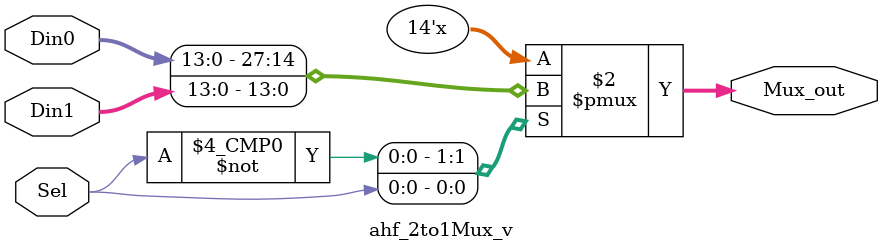
<source format=v>
module ahf_2to1Mux_v (Sel, Din0, Din1, Mux_out);

input [13:0] Din0, Din1;
input Sel;
output reg [13:0] Mux_out;

always @(Sel or Din0 or Din1)
begin
	case(Sel)
		1'b0: Mux_out = Din0;
		1'b1: Mux_out = Din1;
	endcase
end
endmodule

</source>
